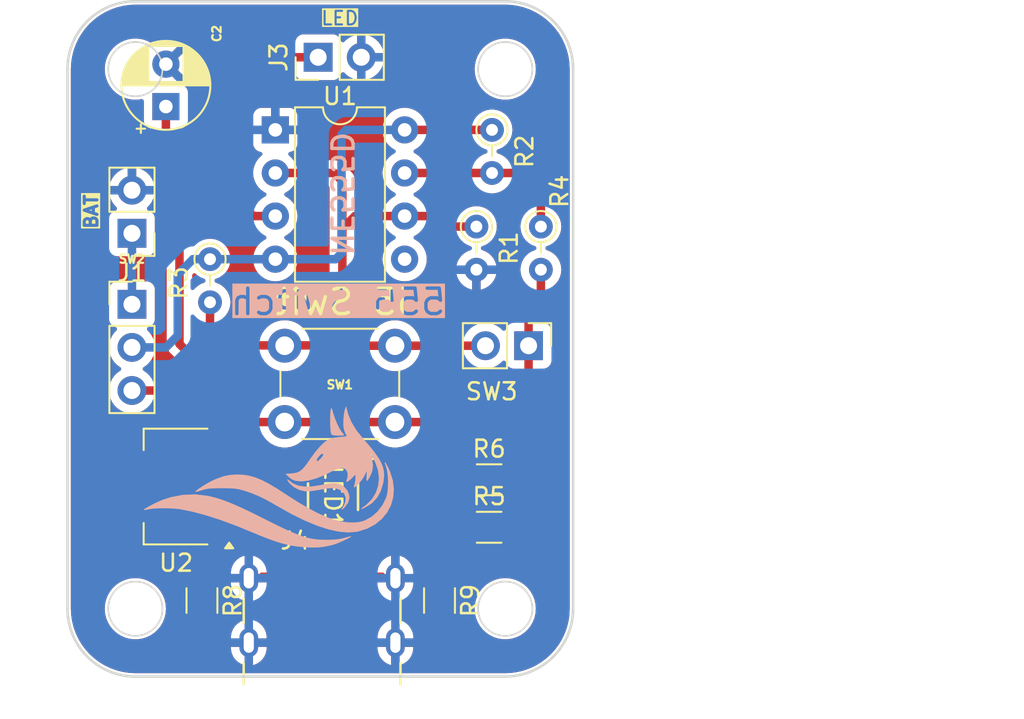
<source format=kicad_pcb>
(kicad_pcb (version 20240108) (generator "pcbnew") (generator_version "8.0")
  (layers (0 "F.Cu" signal) (31 "B.Cu" signal) (34 "B.Paste" user) (35 "F.Paste" user) (36 "B.SilkS" user "B.Silkscreen") (37 "F.SilkS" user "F.Silkscreen") (38 "B.Mask" user) (39 "F.Mask" user) (44 "Edge.Cuts" user))
  (net 0 "")
  (net 1 "Net-(C2-Pad1)")
  (net 2 "GND")
  (net 3 "Net-(U1-THR)")
  (net 4 "/VBAT")
  (net 5 "Net-(U1-DIS)")
  (net 7 "Net-(J4-CC1)")
  (net 8 "/VUSB")
  (net 9 "Net-(J3-Pin_1)")
  (net 10 "Net-(J4-CC2)")
  (net 11 "Net-(LED1-GND-Pad4)")
  (net 12 "/3V3")
  (net 13 "Net-(LED1-GND-Pad1)")
  (net 14 "VCC")
  (footprint "Package_TO_SOT_SMD:SOT-223-3_TabPin2" (layer "F.Cu") (at 116 115 180)
    (property "Reference" "U2" (at 0 -4.5 0) (layer "F.SilkS"))
    (property "Value" "AMS1117-3V3")
    (fp_line (start 1.91 3.41) (end 1.91 2.15) (stroke (width 0.12)) (layer "F.SilkS"))
    (fp_line (start 1.91 -3.41) (end 1.91 -2.15) (stroke (width 0.12)) (layer "F.SilkS"))
    (fp_line (start -1.85 3.41) (end 1.91 3.41) (stroke (width 0.12)) (layer "F.SilkS"))
    (fp_line (start -1.85 -3.41) (end 1.91 -3.41) (stroke (width 0.12)) (layer "F.SilkS"))
    (fp_poly (pts (xy -3.13 -3.31) (xy -3.37 -3.64) (xy -2.89 -3.64) (xy -3.13 -3.31)) (stroke (width 0.12)) (fill solid) (layer "F.SilkS"))
    (pad "1" smd roundrect (at -3.15 -2.3 180) (size 2 1.5) (layers "F.Cu" "F.Paste" "F.Mask") (net 8 "/VUSB"))
    (pad "2" smd roundrect (at -3.15 0 180) (size 2 1.5) (layers "F.Cu" "F.Paste" "F.Mask") (net 2 "GND"))
    (pad "2" smd roundrect (at 3.15 0 180) (size 2 3.8) (layers "F.Cu" "F.Paste" "F.Mask") (net 2 "GND"))
    (pad "3" smd roundrect (at -3.15 2.3 180) (size 2 1.5) (layers "F.Cu" "F.Paste" "F.Mask") (net 12 "/3V3"))
  )
  (footprint "Capacitor_THT:CP_Radial_D5.0mm_P2.50mm" (layer "F.Cu") (at 115.4 92.605113 90)
    (property "Reference" "C2" (at 4.3 3 -90) (layer "F.SilkS") (effects (font (size 0.5 0.5) (thickness 0.125))))
    (property "Value" "10uF")
    (fp_line (start 1.29 -2.58) (end 1.29 2.58) (stroke (width 0.12)) (layer "F.SilkS"))
    (fp_line (start 1.25 -2.58) (end 1.25 2.58) (stroke (width 0.12)) (layer "F.SilkS"))
    (fp_line (start 1.33 -2.579) (end 1.33 2.579) (stroke (width 0.12)) (layer "F.SilkS"))
    (fp_line (start 1.37 -2.578) (end 1.37 2.578) (stroke (width 0.12)) (layer "F.SilkS"))
    (fp_line (start 1.41 -2.576) (end 1.41 2.576) (stroke (width 0.12)) (layer "F.SilkS"))
    (fp_line (start 1.45 -2.573) (end 1.45 2.573) (stroke (width 0.12)) (layer "F.SilkS"))
    (fp_line (start 1.49 -2.569) (end 1.49 -1.04) (stroke (width 0.12)) (layer "F.SilkS"))
    (fp_line (start 1.53 -2.565) (end 1.53 -1.04) (stroke (width 0.12)) (layer "F.SilkS"))
    (fp_line (start 1.57 -2.561) (end 1.57 -1.04) (stroke (width 0.12)) (layer "F.SilkS"))
    (fp_line (start 1.61 -2.556) (end 1.61 -1.04) (stroke (width 0.12)) (layer "F.SilkS"))
    (fp_line (start 1.65 -2.55) (end 1.65 -1.04) (stroke (width 0.12)) (layer "F.SilkS"))
    (fp_line (start 1.69 -2.543) (end 1.69 -1.04) (stroke (width 0.12)) (layer "F.SilkS"))
    (fp_line (start 1.73 -2.536) (end 1.73 -1.04) (stroke (width 0.12)) (layer "F.SilkS"))
    (fp_line (start 1.77 -2.528) (end 1.77 -1.04) (stroke (width 0.12)) (layer "F.SilkS"))
    (fp_line (start 1.81 -2.52) (end 1.81 -1.04) (stroke (width 0.12)) (layer "F.SilkS"))
    (fp_line (start 1.85 -2.511) (end 1.85 -1.04) (stroke (width 0.12)) (layer "F.SilkS"))
    (fp_line (start 1.89 -2.501) (end 1.89 -1.04) (stroke (width 0.12)) (layer "F.SilkS"))
    (fp_line (start 1.93 -2.491) (end 1.93 -1.04) (stroke (width 0.12)) (layer "F.SilkS"))
    (fp_line (start 1.971 -2.48) (end 1.971 -1.04) (stroke (width 0.12)) (layer "F.SilkS"))
    (fp_line (start 2.011 -2.468) (end 2.011 -1.04) (stroke (width 0.12)) (layer "F.SilkS"))
    (fp_line (start 2.051 -2.455) (end 2.051 -1.04) (stroke (width 0.12)) (layer "F.SilkS"))
    (fp_line (start 2.091 -2.442) (end 2.091 -1.04) (stroke (width 0.12)) (layer "F.SilkS"))
    (fp_line (start 2.131 -2.428) (end 2.131 -1.04) (stroke (width 0.12)) (layer "F.SilkS"))
    (fp_line (start 2.171 -2.414) (end 2.171 -1.04) (stroke (width 0.12)) (layer "F.SilkS"))
    (fp_line (start 2.211 -2.398) (end 2.211 -1.04) (stroke (width 0.12)) (layer "F.SilkS"))
    (fp_line (start 2.251 -2.382) (end 2.251 -1.04) (stroke (width 0.12)) (layer "F.SilkS"))
    (fp_line (start 2.291 -2.365) (end 2.291 -1.04) (stroke (width 0.12)) (layer "F.SilkS"))
    (fp_line (start 2.331 -2.348) (end 2.331 -1.04) (stroke (width 0.12)) (layer "F.SilkS"))
    (fp_line (start 2.371 -2.329) (end 2.371 -1.04) (stroke (width 0.12)) (layer "F.SilkS"))
    (fp_line (start 2.411 -2.31) (end 2.411 -1.04) (stroke (width 0.12)) (layer "F.SilkS"))
    (fp_line (start 2.451 -2.29) (end 2.451 -1.04) (stroke (width 0.12)) (layer "F.SilkS"))
    (fp_line (start 2.491 -2.268) (end 2.491 -1.04) (stroke (width 0.12)) (layer "F.SilkS"))
    (fp_line (start 2.531 -2.247) (end 2.531 -1.04) (stroke (width 0.12)) (layer "F.SilkS"))
    (fp_line (start 2.571 -2.224) (end 2.571 -1.04) (stroke (width 0.12)) (layer "F.SilkS"))
    (fp_line (start 2.611 -2.2) (end 2.611 -1.04) (stroke (width 0.12)) (layer "F.SilkS"))
    (fp_line (start 2.651 -2.175) (end 2.651 -1.04) (stroke (width 0.12)) (layer "F.SilkS"))
    (fp_line (start 2.691 -2.149) (end 2.691 -1.04) (stroke (width 0.12)) (layer "F.SilkS"))
    (fp_line (start 2.731 -2.122) (end 2.731 -1.04) (stroke (width 0.12)) (layer "F.SilkS"))
    (fp_line (start 2.771 -2.095) (end 2.771 -1.04) (stroke (width 0.12)) (layer "F.SilkS"))
    (fp_line (start 2.811 -2.065) (end 2.811 -1.04) (stroke (width 0.12)) (layer "F.SilkS"))
    (fp_line (start 2.851 -2.035) (end 2.851 -1.04) (stroke (width 0.12)) (layer "F.SilkS"))
    (fp_line (start 2.891 -2.004) (end 2.891 -1.04) (stroke (width 0.12)) (layer "F.SilkS"))
    (fp_line (start 2.931 -1.971) (end 2.931 -1.04) (stroke (width 0.12)) (layer "F.SilkS"))
    (fp_line (start 2.971 -1.937) (end 2.971 -1.04) (stroke (width 0.12)) (layer "F.SilkS"))
    (fp_line (start 3.011 -1.901) (end 3.011 -1.04) (stroke (width 0.12)) (layer "F.SilkS"))
    (fp_line (start 3.051 -1.864) (end 3.051 -1.04) (stroke (width 0.12)) (layer "F.SilkS"))
    (fp_line (start 3.091 -1.826) (end 3.091 -1.04) (stroke (width 0.12)) (layer "F.SilkS"))
    (fp_line (start 3.131 -1.785) (end 3.131 -1.04) (stroke (width 0.12)) (layer "F.SilkS"))
    (fp_line (start 3.171 -1.743) (end 3.171 -1.04) (stroke (width 0.12)) (layer "F.SilkS"))
    (fp_line (start -1.304775 -1.725) (end -1.304775 -1.225) (stroke (width 0.12)) (layer "F.SilkS"))
    (fp_line (start 3.211 -1.699) (end 3.211 -1.04) (stroke (width 0.12)) (layer "F.SilkS"))
    (fp_line (start 3.251 -1.653) (end 3.251 -1.04) (stroke (width 0.12)) (layer "F.SilkS"))
    (fp_line (start 3.291 -1.605) (end 3.291 -1.04) (stroke (width 0.12)) (layer "F.SilkS"))
    (fp_line (start 3.331 -1.554) (end 3.331 -1.04) (stroke (width 0.12)) (layer "F.SilkS"))
    (fp_line (start 3.371 -1.5) (end 3.371 -1.04) (stroke (width 0.12)) (layer "F.SilkS"))
    (fp_line (start -1.554775 -1.475) (end -1.054775 -1.475) (stroke (width 0.12)) (layer "F.SilkS"))
    (fp_line (start 3.411 -1.443) (end 3.411 -1.04) (stroke (width 0.12)) (layer "F.SilkS"))
    (fp_line (start 3.451 -1.383) (end 3.451 -1.04) (stroke (width 0.12)) (layer "F.SilkS"))
    (fp_line (start 3.491 -1.319) (end 3.491 -1.04) (stroke (width 0.12)) (layer "F.SilkS"))
    (fp_line (start 3.531 -1.251) (end 3.531 -1.04) (stroke (width 0.12)) (layer "F.SilkS"))
    (fp_line (start 3.571 -1.178) (end 3.571 1.178) (stroke (width 0.12)) (layer "F.SilkS"))
    (fp_line (start 3.611 -1.098) (end 3.611 1.098) (stroke (width 0.12)) (layer "F.SilkS"))
    (fp_line (start 3.651 -1.011) (end 3.651 1.011) (stroke (width 0.12)) (layer "F.SilkS"))
    (fp_line (start 3.691 -0.915) (end 3.691 0.915) (stroke (width 0.12)) (layer "F.SilkS"))
    (fp_line (start 3.731 -0.805) (end 3.731 0.805) (stroke (width 0.12)) (layer "F.SilkS"))
    (fp_line (start 3.771 -0.677) (end 3.771 0.677) (stroke (width 0.12)) (layer "F.SilkS"))
    (fp_line (start 3.811 -0.518) (end 3.811 0.518) (stroke (width 0.12)) (layer "F.SilkS"))
    (fp_line (start 3.851 -0.284) (end 3.851 0.284) (stroke (width 0.12)) (layer "F.SilkS"))
    (fp_line (start 3.531 1.04) (end 3.531 1.251) (stroke (width 0.12)) (layer "F.SilkS"))
    (fp_line (start 3.491 1.04) (end 3.491 1.319) (stroke (width 0.12)) (layer "F.SilkS"))
    (fp_line (start 3.451 1.04) (end 3.451 1.383) (stroke (width 0.12)) (layer "F.SilkS"))
    (fp_line (start 3.411 1.04) (end 3.411 1.443) (stroke (width 0.12)) (layer "F.SilkS"))
    (fp_line (start 3.371 1.04) (end 3.371 1.5) (stroke (width 0.12)) (layer "F.SilkS"))
    (fp_line (start 3.331 1.04) (end 3.331 1.554) (stroke (width 0.12)) (layer "F.SilkS"))
    (fp_line (start 3.291 1.04) (end 3.291 1.605) (stroke (width 0.12)) (layer "F.SilkS"))
    (fp_line (start 3.251 1.04) (end 3.251 1.653) (stroke (width 0.12)) (layer "F.SilkS"))
    (fp_line (start 3.211 1.04) (end 3.211 1.699) (stroke (width 0.12)) (layer "F.SilkS"))
    (fp_line (start 3.171 1.04) (end 3.171 1.743) (stroke (width 0.12)) (layer "F.SilkS"))
    (fp_line (start 3.131 1.04) (end 3.131 1.785) (stroke (width 0.12)) (layer "F.SilkS"))
    (fp_line (start 3.091 1.04) (end 3.091 1.826) (stroke (width 0.12)) (layer "F.SilkS"))
    (fp_line (start 3.051 1.04) (end 3.051 1.864) (stroke (width 0.12)) (layer "F.SilkS"))
    (fp_line (start 3.011 1.04) (end 3.011 1.901) (stroke (width 0.12)) (layer "F.SilkS"))
    (fp_line (start 2.971 1.04) (end 2.971 1.937) (stroke (width 0.12)) (layer "F.SilkS"))
    (fp_line (start 2.931 1.04) (end 2.931 1.971) (stroke (width 0.12)) (layer "F.SilkS"))
    (fp_line (start 2.891 1.04) (end 2.891 2.004) (stroke (width 0.12)) (layer "F.SilkS"))
    (fp_line (start 2.851 1.04) (end 2.851 2.035) (stroke (width 0.12)) (layer "F.SilkS"))
    (fp_line (start 2.811 1.04) (end 2.811 2.065) (stroke (width 0.12)) (layer "F.SilkS"))
    (fp_line (start 2.771 1.04) (end 2.771 2.095) (stroke (width 0.12)) (layer "F.SilkS"))
    (fp_line (start 2.731 1.04) (end 2.731 2.122) (stroke (width 0.12)) (layer "F.SilkS"))
    (fp_line (start 2.691 1.04) (end 2.691 2.149) (stroke (width 0.12)) (layer "F.SilkS"))
    (fp_line (start 2.651 1.04) (end 2.651 2.175) (stroke (width 0.12)) (layer "F.SilkS"))
    (fp_line (start 2.611 1.04) (end 2.611 2.2) (stroke (width 0.12)) (layer "F.SilkS"))
    (fp_line (start 2.571 1.04) (end 2.571 2.224) (stroke (width 0.12)) (layer "F.SilkS"))
    (fp_line (start 2.531 1.04) (end 2.531 2.247) (stroke (width 0.12)) (layer "F.SilkS"))
    (fp_line (start 2.491 1.04) (end 2.491 2.268) (stroke (width 0.12)) (layer "F.SilkS"))
    (fp_line (start 2.451 1.04) (end 2.451 2.29) (stroke (width 0.12)) (layer "F.SilkS"))
    (fp_line (start 2.411 1.04) (end 2.411 2.31) (stroke (width 0.12)) (layer "F.SilkS"))
    (fp_line (start 2.371 1.04) (end 2.371 2.329) (stroke (width 0.12)) (layer "F.SilkS"))
    (fp_line (start 2.331 1.04) (end 2.331 2.348) (stroke (width 0.12)) (layer "F.SilkS"))
    (fp_line (start 2.291 1.04) (end 2.291 2.365) (stroke (width 0.12)) (layer "F.SilkS"))
    (fp_line (start 2.251 1.04) (end 2.251 2.382) (stroke (width 0.12)) (layer "F.SilkS"))
    (fp_line (start 2.211 1.04) (end 2.211 2.398) (stroke (width 0.12)) (layer "F.SilkS"))
    (fp_line (start 2.171 1.04) (end 2.171 2.414) (stroke (width 0.12)) (layer "F.SilkS"))
    (fp_line (start 2.131 1.04) (end 2.131 2.428) (stroke (width 0.12)) (layer "F.SilkS"))
    (fp_line (start 2.091 1.04) (end 2.091 2.442) (stroke (width 0.12)) (layer "F.SilkS"))
    (fp_line (start 2.051 1.04) (end 2.051 2.455) (stroke (width 0.12)) (layer "F.SilkS"))
    (fp_line (start 2.011 1.04) (end 2.011 2.468) (stroke (width 0.12)) (layer "F.SilkS"))
    (fp_line (start 1.971 1.04) (end 1.971 2.48) (stroke (width 0.12)) (layer "F.SilkS"))
    (fp_line (start 1.93 1.04) (end 1.93 2.491) (stroke (width 0.12)) (layer "F.SilkS"))
    (fp_line (start 1.89 1.04) (end 1.89 2.501) (stroke (width 0.12)) (layer "F.SilkS"))
    (fp_line (start 1.85 1.04) (end 1.85 2.511) (stroke (width 0.12)) (layer "F.SilkS"))
    (fp_line (start 1.81 1.04) (end 1.81 2.52) (stroke (width 0.12)) (layer "F.SilkS"))
    (fp_line (start 1.77 1.04) (end 1.77 2.528) (stroke (width 0.12)) (layer "F.SilkS"))
    (fp_line (start 1.73 1.04) (end 1.73 2.536) (stroke (width 0.12)) (layer "F.SilkS"))
    (fp_line (start 1.69 1.04) (end 1.69 2.543) (stroke (width 0.12)) (layer "F.SilkS"))
    (fp_line (start 1.65 1.04) (end 1.65 2.55) (stroke (width 0.12)) (layer "F.SilkS"))
    (fp_line (start 1.61 1.04) (end 1.61 2.556) (stroke (width 0.12)) (layer "F.SilkS"))
    (fp_line (start 1.57 1.04) (end 1.57 2.561) (stroke (width 0.12)) (layer "F.SilkS"))
    (fp_line (start 1.53 1.04) (end 1.53 2.565) (stroke (width 0.12)) (layer "F.SilkS"))
    (fp_line (start 1.49 1.04) (end 1.49 2.569) (stroke (width 0.12)) (layer "F.SilkS"))
    (fp_circle (center 1.25 0) (end 3.87 0) (stroke (width 0.12)) (fill none) (layer "F.SilkS"))
    (pad "1" thru_hole rect (at 0 0 90) (size 1.6 1.6) (drill 0.8) (layers "*.Cu" "*.Mask") (net 1 "Net-(C2-Pad1)"))
    (pad "2" thru_hole circle (at 2.5 0 90) (size 1.6 1.6) (drill 0.8) (layers "*.Cu" "*.Mask") (net 2 "GND"))
  )
  (footprint "Package_DIP:DIP-8_W7.62mm" (layer "F.Cu") (at 121.85 93.98)
    (property "Reference" "U1" (at 3.81 -1.98 0) (layer "F.SilkS"))
    (property "Value" "NE555D")
    (fp_line (start 1.16 -1.33) (end 1.16 8.95) (stroke (width 0.12)) (layer "F.SilkS"))
    (fp_line (start 1.16 8.95) (end 6.46 8.95) (stroke (width 0.12)) (layer "F.SilkS"))
    (fp_line (start 2.81 -1.33) (end 1.16 -1.33) (stroke (width 0.12)) (layer "F.SilkS"))
    (fp_line (start 6.46 -1.33) (end 4.81 -1.33) (stroke (width 0.12)) (layer "F.SilkS"))
    (fp_line (start 6.46 8.95) (end 6.46 -1.33) (stroke (width 0.12)) (layer "F.SilkS"))
    (fp_arc (start 4.81 -1.33) (mid 3.81 -0.33) (end 2.81 -1.33) (stroke (width 0.12)) (layer "F.SilkS"))
    (pad "1" thru_hole rect (at 0 0) (size 1.6 1.6) (drill 0.8) (layers "*.Cu" "*.Mask") (net 2 "GND"))
    (pad "2" thru_hole oval (at 0 2.54) (size 1.6 1.6) (drill 0.8) (layers "*.Cu" "*.Mask") (net 3 "Net-(U1-THR)"))
    (pad "3" thru_hole oval (at 0 5.08) (size 1.6 1.6) (drill 0.8) (layers "*.Cu" "*.Mask") (net 9 "Net-(J3-Pin_1)"))
    (pad "4" thru_hole oval (at 0 7.62) (size 1.6 1.6) (drill 0.8) (layers "*.Cu" "*.Mask") (net 14 "VCC"))
    (pad "5" thru_hole oval (at 7.62 7.62) (size 1.6 1.6) (drill 0.8) (layers "*.Cu" "*.Mask"))
    (pad "6" thru_hole oval (at 7.62 5.08) (size 1.6 1.6) (drill 0.8) (layers "*.Cu" "*.Mask") (net 3 "Net-(U1-THR)"))
    (pad "7" thru_hole oval (at 7.62 2.54) (size 1.6 1.6) (drill 0.8) (layers "*.Cu" "*.Mask") (net 5 "Net-(U1-DIS)"))
    (pad "8" thru_hole oval (at 7.62 0) (size 1.6 1.6) (drill 0.8) (layers "*.Cu" "*.Mask") (net 14 "VCC"))
  )
  (footprint "Resistor_THT:R_Axial_DIN0204_L3.6mm_D1.6mm_P2.54mm_Vertical" (layer "F.Cu") (at 137.5 99.68 -90)
    (property "Reference" "R4" (at -2.08 -1.1 90) (layer "F.SilkS"))
    (property "Value" "10k")
    (fp_line (start 0.92 0) (end 1.54 0) (stroke (width 0.12)) (layer "F.SilkS"))
    (fp_circle (center 0 0) (end 0.92 0) (stroke (width 0.12)) (fill none) (layer "F.SilkS"))
    (pad "1" thru_hole circle (at 0 0 270) (size 1.4 1.4) (drill 0.7) (layers "*.Cu" "*.Mask") (net 5 "Net-(U1-DIS)"))
    (pad "2" thru_hole oval (at 2.54 0 270) (size 1.4 1.4) (drill 0.7) (layers "*.Cu" "*.Mask") (net 1 "Net-(C2-Pad1)"))
  )
  (footprint "Resistor_SMD:R_1206_3216Metric_Pad1.30x1.75mm_HandSolder" (layer "F.Cu") (at 134.45 117.4)
    (property "Reference" "R5" (at 0 -1.82 0) (layer "F.SilkS"))
    (property "Value" "5k1")
    (fp_line (start -0.727064 -0.91) (end 0.727064 -0.91) (stroke (width 0.12)) (layer "F.SilkS"))
    (fp_line (start -0.727064 0.91) (end 0.727064 0.91) (stroke (width 0.12)) (layer "F.SilkS"))
    (pad "1" smd roundrect (at -1.55 0) (size 1.3 1.75) (layers "F.Cu" "F.Paste" "F.Mask") (roundrect_rratio 0.192308) (net 11 "Net-(LED1-GND-Pad4)"))
    (pad "2" smd roundrect (at 1.55 0) (size 1.3 1.75) (layers "F.Cu" "F.Paste" "F.Mask") (roundrect_rratio 0.192308) (net 2 "GND"))
  )
  (footprint "Connector_PinHeader_2.54mm:PinHeader_1x02_P2.54mm_Vertical" (layer "F.Cu") (at 113.4 100.075 180)
    (property "Reference" "J1" (at 0 -2.33 0) (layer "F.SilkS"))
    (property "Value" "3V3")
    (fp_line (start 1.33 1.27) (end 1.33 3.87) (stroke (width 0.12)) (layer "F.SilkS"))
    (fp_line (start -1.33 3.87) (end 1.33 3.87) (stroke (width 0.12)) (layer "F.SilkS"))
    (fp_line (start -1.33 1.27) (end 1.33 1.27) (stroke (width 0.12)) (layer "F.SilkS"))
    (fp_line (start -1.33 1.27) (end -1.33 3.87) (stroke (width 0.12)) (layer "F.SilkS"))
    (fp_line (start -1.33 0) (end -1.33 -1.33) (stroke (width 0.12)) (layer "F.SilkS"))
    (fp_line (start -1.33 -1.33) (end 0 -1.33) (stroke (width 0.12)) (layer "F.SilkS"))
    (pad "1" thru_hole rect (at 0 0 180) (size 1.7 1.7) (drill 1) (layers "*.Cu" "*.Mask") (net 4 "/VBAT"))
    (pad "2" thru_hole oval (at 0 2.54 180) (size 1.7 1.7) (drill 1) (layers "*.Cu" "*.Mask") (net 2 "GND"))
  )
  (footprint "Alexander Footprint Library:USB-C MOLEX 2171750001" (layer "F.Cu") (at 124.605 126.8)
    (property "Reference" "J4" (at -1.5875 -8.605 0) (layer "F.SilkS"))
    (property "Value" "USB-C_Receptacle_PowerOnly_6P_MOLEX-2171750001")
    (fp_line (start -4.62 -3.75) (end -4.62 -5.2) (stroke (width 0.15)) (layer "F.SilkS"))
    (fp_line (start -4.62 -0.15) (end -4.62 -1.4) (stroke (width 0.15)) (layer "F.SilkS"))
    (fp_line (start 4.62 -3.75) (end 4.62 -5.2) (stroke (width 0.15)) (layer "F.SilkS"))
    (fp_line (start 4.62 -0.15) (end 4.62 -1.4) (stroke (width 0.15)) (layer "F.SilkS"))
    (pad "A5" smd rect (at -0.5 -6.48) (size 0.7 1.2) (layers "F.Cu" "F.Paste") (net 7 "Net-(J4-CC1)"))
    (pad "A9" smd rect (at 1.52 -6.48) (size 0.76 1.2) (layers "F.Cu" "F.Paste") (net 8 "/VUSB"))
    (pad "A12" smd rect (at 2.75 -6.48) (size 0.8 1.2) (layers "F.Cu" "F.Paste") (net 2 "GND"))
    (pad "B5" smd rect (at 0.5 -6.48) (size 0.7 1.2) (layers "F.Cu" "F.Paste") (net 10 "Net-(J4-CC2)"))
    (pad "B9" smd rect (at -1.52 -6.48) (size 0.76 1.2) (layers "F.Cu" "F.Paste") (net 8 "/VUSB"))
    (pad "B12" smd rect (at -2.75 -6.48) (size 0.8 1.2) (layers "F.Cu" "F.Paste") (net 2 "GND"))
    (pad "S1" thru_hole oval (at -4.32 -2.6) (size 1.1 1.7) (drill oval 0.6 1.2) (layers "*.Cu" "*.Mask") (net 2 "GND"))
    (pad "S2" thru_hole oval (at 4.32 -2.6) (size 1.1 1.7) (drill oval 0.6 1.2) (layers "*.Cu" "*.Mask") (net 2 "GND"))
    (pad "S3" thru_hole oval (at -4.32 -6.4) (size 1.1 1.7) (drill oval 0.6 1.2) (layers "*.Cu" "*.Mask") (net 2 "GND"))
    (pad "S4" thru_hole oval (at 4.32 -6.4) (size 1.1 1.7) (drill oval 0.6 1.2) (layers "*.Cu" "*.Mask") (net 2 "GND"))
  )
  (footprint "Alexander Footprint Library:B1552_HVK-M" (layer "F.Cu") (at 125.249999 115.6002 -90)
    (property "Reference" "LED1" (at 0 0 -90) (layer "F.SilkS"))
    (property "Value" "LED-RED-GREEN-B1552USUG20D")
    (fp_line (start -0.777373 1.4732) (end 0.777373 1.4732) (stroke (width 0.1524)) (layer "F.SilkS"))
    (fp_line (start -0.777373 -1.4732) (end 0.777373 -1.4732) (stroke (width 0.1524)) (layer "F.SilkS"))
    (fp_text user "*" (at -2.2352 -1.8041 -90) (layer "F.SilkS"))
    (fp_text user "*" (at -2.2352 -1.8041 90) (layer "F.SilkS"))
    (pad "1" smd rect (at -1.6002 -0.750001 270) (size 1.1176 1.0414) (layers "F.Cu" "F.Paste" "F.Mask") (net 13 "Net-(LED1-GND-Pad1)"))
    (pad "2" smd rect (at -1.6002 0.750001 270) (size 1.1176 1.0414) (layers "F.Cu" "F.Paste" "F.Mask") (net 14 "VCC"))
    (pad "3" smd rect (at 1.6002 0.750001 270) (size 1.1176 1.0414) (layers "F.Cu" "F.Paste" "F.Mask") (net 12 "/3V3"))
    (pad "4" smd rect (at 1.6002 -0.750001 270) (size 1.1176 1.0414) (layers "F.Cu" "F.Paste" "F.Mask") (net 11 "Net-(LED1-GND-Pad4)"))
  )
  (footprint "Resistor_SMD:R_1206_3216Metric_Pad1.30x1.75mm_HandSolder" (layer "F.Cu") (at 117.525 121.72 -90)
    (property "Reference" "R8" (at 0 -1.82 90) (layer "F.SilkS"))
    (property "Value" "5K7")
    (fp_line (start -0.727064 0.91) (end 0.727064 0.91) (stroke (width 0.12)) (layer "F.SilkS"))
    (fp_line (start -0.727064 -0.91) (end 0.727064 -0.91) (stroke (width 0.12)) (layer "F.SilkS"))
    (pad "1" smd roundrect (at -1.55 0 270) (size 1.3 1.75) (layers "F.Cu" "F.Paste" "F.Mask") (roundrect_rratio 0.192308) (net 2 "GND"))
    (pad "2" smd roundrect (at 1.55 0 270) (size 1.3 1.75) (layers "F.Cu" "F.Paste" "F.Mask") (roundrect_rratio 0.192308) (net 7 "Net-(J4-CC1)"))
  )
  (footprint "Connector_PinHeader_2.54mm:PinHeader_1x03_P2.54mm_Vertical" (layer "F.Cu") (at 113.4 104.26)
    (property "Reference" "SW2" (at -0.008 -2.672 0) (layer "F.SilkS") (effects (font (size 0.5 0.5) (thickness 0.125))))
    (property "Value" "SW_SPDT")
    (fp_line (start -1.33 -1.33) (end 0 -1.33) (stroke (width 0.12)) (layer "F.SilkS"))
    (fp_line (start -1.33 0) (end -1.33 -1.33) (stroke (width 0.12)) (layer "F.SilkS"))
    (fp_line (start -1.33 1.27) (end -1.33 6.41) (stroke (width 0.12)) (layer "F.SilkS"))
    (fp_line (start -1.33 1.27) (end 1.33 1.27) (stroke (width 0.12)) (layer "F.SilkS"))
    (fp_line (start -1.33 6.41) (end 1.33 6.41) (stroke (width 0.12)) (layer "F.SilkS"))
    (fp_line (start 1.33 1.27) (end 1.33 6.41) (stroke (width 0.12)) (layer "F.SilkS"))
    (pad "1" thru_hole rect (at 0 0) (size 1.7 1.7) (drill 1) (layers "*.Cu" "*.Mask") (net 4 "/VBAT"))
    (pad "2" thru_hole oval (at 0 2.54) (size 1.7 1.7) (drill 1) (layers "*.Cu" "*.Mask") (net 14 "VCC"))
    (pad "3" thru_hole oval (at 0 5.08) (size 1.7 1.7) (drill 1) (layers "*.Cu" "*.Mask") (net 12 "/3V3"))
  )
  (footprint "Resistor_SMD:R_1206_3216Metric_Pad1.30x1.75mm_HandSolder" (layer "F.Cu") (at 134.45 114.6)
    (property "Reference" "R6" (at 0 -1.82 0) (layer "F.SilkS"))
    (property "Value" "5k1")
    (fp_line (start -0.727064 -0.91) (end 0.727064 -0.91) (stroke (width 0.12)) (layer "F.SilkS"))
    (fp_line (start -0.727064 0.91) (end 0.727064 0.91) (stroke (width 0.12)) (layer "F.SilkS"))
    (pad "1" smd roundrect (at -1.55 0) (size 1.3 1.75) (layers "F.Cu" "F.Paste" "F.Mask") (roundrect_rratio 0.192308) (net 13 "Net-(LED1-GND-Pad1)"))
    (pad "2" smd roundrect (at 1.55 0) (size 1.3 1.75) (layers "F.Cu" "F.Paste" "F.Mask") (roundrect_rratio 0.192308) (net 2 "GND"))
  )
  (footprint "Resistor_SMD:R_1206_3216Metric_Pad1.30x1.75mm_HandSolder" (layer "F.Cu") (at 131.525 121.72 -90)
    (property "Reference" "R9" (at 0 -1.82 90) (layer "F.SilkS"))
    (property "Value" "5K7")
    (fp_line (start -0.727064 0.91) (end 0.727064 0.91) (stroke (width 0.12)) (layer "F.SilkS"))
    (fp_line (start -0.727064 -0.91) (end 0.727064 -0.91) (stroke (width 0.12)) (layer "F.SilkS"))
    (pad "1" smd roundrect (at -1.55 0 270) (size 1.3 1.75) (layers "F.Cu" "F.Paste" "F.Mask") (roundrect_rratio 0.192308) (net 2 "GND"))
    (pad "2" smd roundrect (at 1.55 0 270) (size 1.3 1.75) (layers "F.Cu" "F.Paste" "F.Mask") (roundrect_rratio 0.192308) (net 10 "Net-(J4-CC2)"))
  )
  (footprint "Resistor_THT:R_Axial_DIN0204_L3.6mm_D1.6mm_P2.54mm_Vertical" (layer "F.Cu") (at 133.7 99.68 -90)
    (property "Reference" "R1" (at 1.27 -1.92 90) (layer "F.SilkS"))
    (property "Value" "10k")
    (fp_line (start 0.92 0) (end 1.54 0) (stroke (width 0.12)) (layer "F.SilkS"))
    (fp_circle (center 0 0) (end 0.92 0) (stroke (width 0.12)) (fill none) (layer "F.SilkS"))
    (pad "1" thru_hole circle (at 0 0 270) (size 1.4 1.4) (drill 0.7) (layers "*.Cu" "*.Mask") (net 3 "Net-(U1-THR)"))
    (pad "2" thru_hole oval (at 2.54 0 270) (size 1.4 1.4) (drill 0.7) (layers "*.Cu" "*.Mask") (net 2 "GND"))
  )
  (footprint "Resistor_THT:R_Axial_DIN0204_L3.6mm_D1.6mm_P2.54mm_Vertical" (layer "F.Cu") (at 134.62 93.98 -90)
    (property "Reference" "R2" (at 1.27 -1.92 90) (layer "F.SilkS"))
    (property "Value" "10k")
    (fp_line (start 0.92 0) (end 1.54 0) (stroke (width 0.12)) (layer "F.SilkS"))
    (fp_circle (center 0 0) (end 0.92 0) (stroke (width 0.12)) (fill none) (layer "F.SilkS"))
    (pad "1" thru_hole circle (at 0 0 270) (size 1.4 1.4) (drill 0.7) (layers "*.Cu" "*.Mask") (net 14 "VCC"))
    (pad "2" thru_hole oval (at 2.54 0 270) (size 1.4 1.4) (drill 0.7) (layers "*.Cu" "*.Mask") (net 5 "Net-(U1-DIS)"))
  )
  (footprint "Connector_PinHeader_2.54mm:PinHeader_1x02_P2.54mm_Vertical" (layer "F.Cu") (at 124.375 89.7 90)
    (property "Reference" "J3" (at 0 -2.33 -90) (layer "F.SilkS"))
    (property "Value" "OUT")
    (fp_line (start -1.33 -1.33) (end 0 -1.33) (stroke (width 0.12)) (layer "F.SilkS"))
    (fp_line (start -1.33 0) (end -1.33 -1.33) (stroke (width 0.12)) (layer "F.SilkS"))
    (fp_line (start 1.33 1.27) (end 1.33 3.87) (stroke (width 0.12)) (layer "F.SilkS"))
    (fp_line (start -1.33 1.27) (end 1.33 1.27) (stroke (width 0.12)) (layer "F.SilkS"))
    (fp_line (start -1.33 1.27) (end -1.33 3.87) (stroke (width 0.12)) (layer "F.SilkS"))
    (fp_line (start -1.33 3.87) (end 1.33 3.87) (stroke (width 0.12)) (layer "F.SilkS"))
    (pad "1" thru_hole rect (at 0 0 90) (size 1.7 1.7) (drill 1) (layers "*.Cu" "*.Mask") (net 9 "Net-(J3-Pin_1)"))
    (pad "2" thru_hole oval (at 0 2.54 90) (size 1.7 1.7) (drill 1) (layers "*.Cu" "*.Mask") (net 2 "GND"))
  )
  (footprint "Connector_PinHeader_2.54mm:PinHeader_1x02_P2.54mm_Vertical" (layer "F.Cu") (at 136.775 106.7 -90)
    (property "Reference" "SW3" (at 2.7 2.175 0) (layer "F.SilkS"))
    (property "Value" "SW_Reed")
    (fp_line (start -1.33 3.87) (end 1.33 3.87) (stroke (width 0.12)) (layer "F.SilkS"))
    (fp_line (start -1.33 1.27) (end -1.33 3.87) (stroke (width 0.12)) (layer "F.SilkS"))
    (fp_line (start -1.33 1.27) (end 1.33 1.27) (stroke (width 0.12)) (layer "F.SilkS"))
    (fp_line (start 1.33 1.27) (end 1.33 3.87) (stroke (width 0.12)) (layer "F.SilkS"))
    (fp_line (start -1.33 0) (end -1.33 -1.33) (stroke (width 0.12)) (layer "F.SilkS"))
    (fp_line (start -1.33 -1.33) (end 0 -1.33) (stroke (width 0.12)) (layer "F.SilkS"))
    (pad "1" thru_hole rect (at 0 0 270) (size 1.7 1.7) (drill 1) (layers "*.Cu" "*.Mask") (net 1 "Net-(C2-Pad1)"))
    (pad "2" thru_hole oval (at 0 2.54 270) (size 1.7 1.7) (drill 1) (layers "*.Cu" "*.Mask") (net 3 "Net-(U1-THR)"))
  )
  (footprint "Resistor_THT:R_Axial_DIN0204_L3.6mm_D1.6mm_P2.54mm_Vertical" (layer "F.Cu") (at 118 101.6 -90)
    (property "Reference" "R3" (at 1.4 1.84 90) (layer "F.SilkS"))
    (property "Value" "10k")
    (fp_line (start 0.92 0) (end 1.54 0) (stroke (width 0.12)) (layer "F.SilkS"))
    (fp_circle (center 0 0) (end 0.92 0) (stroke (width 0.12)) (fill none) (layer "F.SilkS"))
    (pad "1" thru_hole circle (at 0 0 270) (size 1.4 1.4) (drill 0.7) (layers "*.Cu" "*.Mask") (net 14 "VCC"))
    (pad "2" thru_hole oval (at 2.54 0 270) (size 1.4 1.4) (drill 0.7) (layers "*.Cu" "*.Mask") (net 3 "Net-(U1-THR)"))
  )
  (footprint "Button_Switch_THT:SW_PUSH_6mm" (layer "F.Cu") (at 122.4 106.7)
    (property "Reference" "SW1" (at 3.25 2.3 0) (layer "F.SilkS") (effects (font (size 0.5 0.5) (thickness 0.125))))
    (property "Value" "SW_Push")
    (fp_line (start -0.25 1.5) (end -0.25 3) (stroke (width 0.12)) (layer "F.SilkS"))
    (fp_line (start 1 5.5) (end 5.5 5.5) (stroke (width 0.12)) (layer "F.SilkS"))
    (fp_line (start 5.5 -1) (end 1 -1) (stroke (width 0.12)) (layer "F.SilkS"))
    (fp_line (start 6.75 3) (end 6.75 1.5) (stroke (width 0.12)) (layer "F.SilkS"))
    (pad "1" thru_hole circle (at 0 0 90) (size 2 2) (drill 1.1) (layers "*.Cu" "*.Mask") (net 3 "Net-(U1-THR)"))
    (pad "1" thru_hole circle (at 6.5 0 90) (size 2 2) (drill 1.1) (layers "*.Cu" "*.Mask") (net 3 "Net-(U1-THR)"))
    (pad "2" thru_hole circle (at 0 4.5 90) (size 2 2) (drill 1.1) (layers "*.Cu" "*.Mask") (net 1 "Net-(C2-Pad1)"))
    (pad "2" thru_hole circle (at 6.5 4.5 90) (size 2 2) (drill 1.1) (layers "*.Cu" "*.Mask") (net 1 "Net-(C2-Pad1)"))
  )
  (footprint "LOGO" (layer "B.Cu") (at 121.4 114.4 180)
    (property "Reference" "G***" (hide yes))
    (property "Value" "LOGO" (hide yes))
    (fp_poly (pts (xy -5.335668 -1.973085) (xy -5.363457 -2.000875) (xy -5.391247 -1.973085) (xy -5.363457 -1.945295)) (fill solid) (layer "B.SilkS"))
    (fp_poly (pts (xy -3.72712 3.989192) (xy -3.720697 3.973961) (xy -3.701102 3.866879) (xy -3.687804 3.678866) (xy -3.680882 3.439975) (xy -3.680421 3.180261) (xy -3.686502 2.929778) (xy -3.699208 2.718581) (xy -3.716893 2.584464) (xy -3.741095 2.495828) (xy -3.784399 2.444513) (xy -3.873902 2.418422) (xy -4.036701 2.405456) (xy -4.127166 2.40129) (xy -4.314775 2.400001) (xy -4.449213 2.412314) (xy -4.501944 2.435572) (xy -4.501969 2.436169) (xy -4.463752 2.510156) (xy -4.414064 2.560438) (xy -4.317104 2.679269) (xy -4.202066 2.879038) (xy -4.080896 3.133656) (xy -3.965538 3.417032) (xy -3.867936 3.703076) (xy -3.83055 3.835011) (xy -3.788365 3.978468) (xy -3.75726 4.025597)) (fill solid) (layer "B.SilkS"))
    (fp_poly (pts (xy -1.16813 -0.243105) (xy -1.254216 -0.368794) (xy -1.28983 -0.413219) (xy -1.537879 -0.635483) (xy -1.849965 -0.79747) (xy -2.187325 -0.881187) (xy -2.314341 -0.888735) (xy -2.497037 -0.877155) (xy -2.746282 -0.845689) (xy -3.020446 -0.800025) (xy -3.14804 -0.774864) (xy -3.516275 -0.710602) (xy -3.805925 -0.692046) (xy -4.04028 -0.720434) (xy -4.242632 -0.797) (xy -4.312229 -0.836658) (xy -4.497239 -1.008267) (xy -4.588805 -1.225532) (xy -4.584459 -1.470239) (xy -4.481739 -1.724177) (xy -4.44078 -1.786433) (xy -4.359302 -1.917364) (xy -4.351943 -1.969709) (xy -4.412174 -1.941384) (xy -4.533468 -1.830304) (xy -4.544045 -1.819408) (xy -4.734665 -1.563229) (xy -4.815304 -1.302684) (xy -4.806573 -1.114052) (xy -4.700145 -0.833593) (xy -4.503297 -0.610752) (xy -4.312939 -0.494963) (xy -4.14564 -0.432054) (xy -3.973801 -0.400998) (xy -3.772034 -0.401933) (xy -3.514951 -0.434994) (xy -3.177163 -0.500319) (xy -3.173511 -0.501089) (xy -2.63863 -0.587136) (xy -2.183217 -0.60137) (xy -1.801259 -0.543037) (xy -1.486742 -0.411382) (xy -1.292451 -0.264967) (xy -1.187436 -0.180532) (xy -1.145933 -0.176798)) (fill solid) (layer "B.SilkS"))
    (fp_poly (pts (xy 5.006815 -1.088445) (xy 5.716318 -1.225058) (xy 6.200827 -1.383806) (xy 6.403664 -1.468934) (xy 6.626548 -1.573239) (xy 6.848558 -1.685444) (xy 7.048775 -1.794268) (xy 7.20628 -1.888432) (xy 7.300154 -1.956656) (xy 7.315527 -1.984838) (xy 7.254956 -1.98449) (xy 7.122033 -1.961789) (xy 7.024333 -1.940189) (xy 6.806471 -1.906915) (xy 6.509925 -1.886858) (xy 6.16638 -1.879979) (xy 5.807519 -1.886237) (xy 5.465025 -1.905592) (xy 5.170583 -1.938004) (xy 5.141138 -1.942582) (xy 4.426362 -2.086382) (xy 3.63366 -2.298797) (xy 2.770609 -2.57741) (xy 1.844784 -2.919804) (xy 1.010836 -3.260583) (xy 0.441355 -3.497514) (xy -0.046623 -3.688235) (xy -0.469864 -3.838501) (xy -0.845133 -3.954062) (xy -1.189195 -4.040673) (xy -1.371928 -4.078191) (xy -1.768371 -4.138227) (xy -2.195636 -4.177783) (xy -2.616347 -4.195041) (xy -2.993123 -4.188182) (xy -3.212913 -4.167752) (xy -3.467108 -4.123955) (xy -3.736305 -4.064944) (xy -3.876552 -4.027934) (xy -4.038283 -3.972815) (xy -4.23561 -3.893936) (xy -4.4451 -3.802307) (xy -4.643316 -3.708932) (xy -4.806823 -3.624819) (xy -4.912187 -3.560974) (xy -4.93761 -3.529586) (xy -4.878362 -3.533932) (xy -4.740991 -3.564298) (xy -4.553715 -3.61434) (xy -4.52896 -3.621444) (xy -4.263761 -3.683348) (xy -3.968882 -3.720103) (xy -3.608736 -3.735703) (xy -3.501532 -3.73678) (xy -3.19922 -3.733182) (xy -2.919835 -3.716451) (xy -2.650591 -3.682285) (xy -2.378702 -3.626385) (xy -2.091382 -3.544451) (xy -1.775843 -3.432183) (xy -1.419301 -3.28528) (xy -1.008967 -3.099444) (xy -0.532057 -2.870373) (xy 0.024217 -2.593769) (xy 0.277899 -2.465774) (xy 0.908788 -2.151193) (xy 1.457458 -1.888515) (xy 1.937016 -1.672463) (xy 2.360572 -1.497764) (xy 2.741233 -1.359144) (xy 3.092107 -1.251328) (xy 3.426303 -1.169041) (xy 3.575896 -1.138716) (xy 4.289098 -1.059268)) (fill solid) (layer "B.SilkS"))
    (fp_poly (pts (xy -6.905998 0.758162) (xy -6.962759 0.600951) (xy -7.033118 0.344256) (xy -7.076378 0.016472) (xy -7.092183 -0.34585) (xy -7.080174 -0.706159) (xy -7.039992 -1.027906) (xy -6.980883 -1.250547) (xy -6.763375 -1.690507) (xy -6.474123 -2.069435) (xy -6.127243 -2.373404) (xy -5.73685 -2.588488) (xy -5.563615 -2.648878) (xy -5.327801 -2.699081) (xy -5.056923 -2.71721) (xy -4.755393 -2.708697) (xy -4.35446 -2.660239) (xy -3.927847 -2.556931) (xy -3.466953 -2.394884) (xy -2.963179 -2.17021) (xy -2.407923 -1.879024) (xy -1.792584 -1.517437) (xy -1.108562 -1.081562) (xy -1.0071 -1.01457) (xy -0.492206 -0.683257) (xy -0.044687 -0.419341) (xy 0.351284 -0.216499) (xy 0.71153 -0.068411) (xy 1.051879 0.031245) (xy 1.388155 0.088791) (xy 1.736184 0.110546) (xy 1.811196 0.11116) (xy 2.209545 0.08793) (xy 2.587906 0.011875) (xy 2.985773 -0.126555) (xy 3.220465 -0.229596) (xy 3.426096 -0.333288) (xy 3.645126 -0.457079) (xy 3.857915 -0.588021) (xy 4.044822 -0.71317) (xy 4.186205 -0.819577) (xy 4.262422 -0.894296) (xy 4.267621 -0.919833) (xy 4.208774 -0.913924) (xy 4.073957 -0.878799) (xy 3.892101 -0.822016) (xy 3.888205 -0.820718) (xy 3.725225 -0.77192) (xy 3.56218 -0.738179) (xy 3.373334 -0.71692) (xy 3.132947 -0.705567) (xy 2.815283 -0.701544) (xy 2.695624 -0.701384) (xy 2.35618 -0.703448) (xy 2.098843 -0.711561) (xy 1.894597 -0.729039) (xy 1.714421 -0.7592) (xy 1.529299 -0.805361) (xy 1.367243 -0.853246) (xy 0.950955 -0.993823) (xy 0.547075 -1.159732) (xy 0.126735 -1.364384) (xy -0.338935 -1.621188) (xy -0.542279 -1.74028) (xy -1.387822 -2.215648) (xy -2.179537 -2.606384) (xy -2.915301 -2.911815) (xy -3.59299 -3.131273) (xy -4.210479 -3.264085) (xy -4.765643 -3.30958) (xy -5.256358 -3.267087) (xy -5.328395 -3.252158) (xy -5.86764 -3.080586) (xy -6.335668 -2.830855) (xy -6.727607 -2.512655) (xy -7.038587 -2.135675) (xy -7.263735 -1.709605) (xy -7.39818 -1.244134) (xy -7.437052 -0.748952) (xy -7.375479 -0.233748) (xy -7.20859 0.291789) (xy -7.162597 0.396304) (xy -7.060917 0.603512) (xy -6.977088 0.750807) (xy -6.918438 0.830684) (xy -6.892299 0.835638)) (fill solid) (layer "B.SilkS"))
    (fp_poly (pts (xy -4.556503 3.973961) (xy -4.520533 3.840385) (xy -4.487756 3.634631) (xy -4.464038 3.395647) (xy -4.460134 3.333896) (xy -4.454225 3.038515) (xy -4.480237 2.807976) (xy -4.54713 2.598354) (xy -4.654092 2.383309) (xy -4.612375 2.364187) (xy -4.484682 2.344093) (xy -4.2961 2.32668) (xy -4.240174 2.323042) (xy -3.873323 2.277556) (xy -3.602294 2.191422) (xy -3.584521 2.182588) (xy -3.348899 2.020904) (xy -3.082371 1.766082) (xy -2.794532 1.428501) (xy -2.49498 1.018542) (xy -2.458084 0.964056) (xy -2.251081 0.669692) (xy -2.075655 0.459558) (xy -1.912351 0.319129) (xy -1.741716 0.23388) (xy -1.544295 0.189288) (xy -1.402354 0.175843) (xy -1.049214 0.153357) (xy -1.17767 0.015818) (xy -1.384103 -0.158726) (xy -1.620776 -0.258269) (xy -1.91889 -0.294599) (xy -2.000875 -0.295241) (xy -2.386755 -0.252234) (xy -2.829533 -0.133031) (xy -3.31108 0.056544) (xy -3.709428 0.253548) (xy -4.010174 0.401117) (xy -4.241961 0.478647) (xy -4.420301 0.48836) (xy -4.560706 0.432478) (xy -4.618459 0.38373) (xy -4.698395 0.231726) (xy -4.711815 0.024236) (xy -4.657293 -0.20412) (xy -4.643968 -0.236214) (xy -4.627839 -0.319252) (xy -4.677618 -0.328735) (xy -4.78048 -0.269581) (xy -4.9236 -0.146704) (xy -4.953147 -0.117698) (xy -5.168928 0.098082) (xy -5.168928 -0.11408) (xy -5.153411 -0.299881) (xy -5.115666 -0.465845) (xy -5.111793 -0.476519) (xy -5.078233 -0.591861) (xy -5.07906 -0.651197) (xy -5.13753 -0.639037) (xy -5.240535 -0.557561) (xy -5.368361 -0.428161) (xy -5.501289 -0.27223) (xy -5.619604 -0.11116) (xy -5.6963 0.018497) (xy -5.838743 0.305689) (xy -5.82342 0.013861) (xy -5.819631 -0.148953) (xy -5.826307 -0.2547) (xy -5.835886 -0.277554) (xy -5.89623 -0.229792) (xy -5.977644 -0.108472) (xy -6.063382 0.055435) (xy -6.136699 0.230957) (xy -6.171345 0.342865) (xy -6.207717 0.632127) (xy -6.178753 0.870168) (xy -6.149992 1.029127) (xy -6.140164 1.13666) (xy -6.144537 1.160875) (xy -6.177076 1.12602) (xy -6.241939 1.0129) (xy -6.326013 0.844699) (xy -6.339244 0.816636) (xy -6.49792 0.360813) (xy -6.554463 -0.096231) (xy -6.512178 -0.540542) (xy -6.374371 -0.958169) (xy -6.144345 -1.335159) (xy -5.825407 -1.657561) (xy -5.737359 -1.724292) (xy -5.56755 -1.851199) (xy -5.4929 -1.920809) (xy -5.513486 -1.933402) (xy -5.629383 -1.889262) (xy -5.764656 -1.826023) (xy -6.144627 -1.582948) (xy -6.447032 -1.261132) (xy -6.670071 -0.86317) (xy -6.811949 -0.391655) (xy -6.830695 -0.28709) (xy -6.861483 -0.001007) (xy -6.853395 0.266591) (xy -6.800141 0.528729) (xy -6.695433 0.798433) (xy -6.53298 1.088728) (xy -6.419832 1.250547) (xy -6.113786 1.250547) (xy -6.085996 1.222757) (xy -6.058206 1.250547) (xy -6.085996 1.278337) (xy -6.113786 1.250547) (xy -6.419832 1.250547) (xy -6.384164 1.301558) (xy -3.276553 1.301558) (xy -3.249487 1.2128) (xy -3.144391 1.080121) (xy -3.116748 1.051742) (xy -2.989426 0.933278) (xy -2.919109 0.895195) (xy -2.891998 0.932181) (xy -2.890153 0.964532) (xy -2.927111 1.055442) (xy -3.015279 1.172388) (xy -3.120597 1.277341) (xy -3.209007 1.332273) (xy -3.220979 1.333917) (xy -3.276553 1.301558) (xy -6.384164 1.301558) (xy -6.306493 1.41264) (xy -6.009684 1.783195) (xy -5.636262 2.213417) (xy -5.608104 2.244971) (xy -5.233172 2.714919) (xy -4.945024 3.185268) (xy -4.751728 3.642009) (xy -4.703359 3.815277) (xy -4.626773 4.1407)) (fill solid) (layer "B.SilkS"))
  )
  (gr_line (start 113.6 86.4) (end 135.4 86.4) (stroke (width 0.15)) (layer "Edge.Cuts"))
  (gr_line (start 135.4 126.2) (end 113.6 126.2) (stroke (width 0.15)) (layer "Edge.Cuts"))
  (gr_arc (start 135.4 86.4) (mid 138.228427 87.571573) (end 139.4 90.4) (stroke (width 0.15)) (layer "Edge.Cuts"))
  (gr_arc (start 113.6 126.2) (mid 110.771573 125.028427) (end 109.6 122.2) (stroke (width 0.15)) (layer "Edge.Cuts"))
  (gr_circle (center 113.6 122.2) (end 113.6 120.6) (stroke (width 0.1)) (fill none) (layer "Edge.Cuts"))
  (gr_line (start 139.4 90.4) (end 139.4 122.2) (stroke (width 0.15)) (layer "Edge.Cuts"))
  (gr_line (start 109.6 122.2) (end 109.6 90.4) (stroke (width 0.15)) (layer "Edge.Cuts"))
  (gr_circle (center 113.6 90.4) (end 113.6 88.8) (stroke (width 0.1)) (fill none) (layer "Edge.Cuts"))
  (gr_arc (start 139.4 122.2) (mid 138.228427 125.028427) (end 135.4 126.2) (stroke (width 0.15)) (layer "Edge.Cuts"))
  (gr_circle (center 135.4 90.4) (end 135.4 88.8) (stroke (width 0.1)) (fill none) (layer "Edge.Cuts"))
  (gr_circle (center 135.4 122.2) (end 135.4 120.6) (stroke (width 0.1)) (fill none) (layer "Edge.Cuts"))
  (gr_arc (start 109.6 90.4) (mid 110.771573 87.571573) (end 113.6 86.4) (stroke (width 0.15)) (layer "Edge.Cuts"))
  (gr_text "NE555D" (at 125.75 97.75 270) (layer "B.SilkS") (effects (font (size 1.25 1.25) (thickness 0.2) (bold yes)) (justify mirror)))
  (gr_text "555 Switch" (at 132 105 0) (layer "B.SilkS" knockout) (effects (font (size 1.5 1.5) (thickness 0.2) (bold yes)) (justify left bottom mirror)))
  (gr_text "BAT" (at 111 98.8 90) (layer "F.SilkS" knockout) (effects (font (size 0.75 0.75) (thickness 0.1875) (bold yes))))
  (gr_text "ON / OFF" (at 121.8 104.6 0) (layer "F.SilkS" knockout) (effects (font (size 1 1) (thickness 0.2) (bold yes)) (justify left bottom)))
  (gr_text "LED" (at 125.65 87.4 0) (layer "F.SilkS" knockout) (effects (font (size 0.8 0.8) (thickness 0.125) (bold yes))))
  (segment (start 115.4 94.8) (end 116.2 95.6) (width 0.5) (layer "F.Cu") (net 1))
  (segment (start 137.5 103.9) (end 137.5 102.22) (width 0.5) (layer "F.Cu") (net 1))
  (segment (start 136.775 110.525) (end 136.775 106.7) (width 0.5) (layer "F.Cu") (net 1))
  (segment (start 120.8 111.2) (end 122.4 111.2) (width 0.5) (layer "F.Cu") (net 1))
  (segment (start 136.775 106.7) (end 136.775 104.625) (width 0.5) (layer "F.Cu") (net 1))
  (segment (start 116.2 95.6) (end 116.2 106.6) (width 0.5) (layer "F.Cu") (net 1))
  (segment (start 136.775 104.625) (end 137.5 103.9) (width 0.5) (layer "F.Cu") (net 1))
  (segment (start 128.9 111.2) (end 136.1 111.2) (width 0.5) (layer "F.Cu") (net 1))
  (segment (start 136.1 111.2) (end 136.775 110.525) (width 0.5) (layer "F.Cu") (net 1))
  (segment (start 116.2 106.6) (end 120.8 111.2) (width 0.5) (layer "F.Cu") (net 1))
  (segment (start 122.4 111.2) (end 128.9 111.2) (width 0.5) (layer "F.Cu") (net 1))
  (segment (start 115.4 92.605113) (end 115.4 94.8) (width 0.5) (layer "F.Cu") (net 1))
  (segment (start 118 105.9) (end 118 104.14) (width 0.5) (layer "F.Cu") (net 3))
  (segment (start 128.9 106.7) (end 134.235 106.7) (width 0.5) (layer "F.Cu") (net 3))
  (segment (start 125.8 99.8) (end 125.8 106.08) (width 0.5) (layer "F.Cu") (net 3))
  (segment (start 125.8 97) (end 125.8 99.8) (width 0.5) (layer "F.Cu") (net 3))
  (segment (start 129.54 99.06) (end 126.54 99.06) (width 0.5) (layer "F.Cu") (net 3))
  (segment (start 125.8 106.08) (end 125.2 106.68) (width 0.5) (layer "F.Cu") (net 3))
  (segment (start 118.78 106.68) (end 118 105.9) (width 0.5) (layer "F.Cu") (net 3))
  (segment (start 131.88 99.68) (end 133.7 99.68) (width 0.5) (layer "F.Cu") (net 3))
  (segment (start 129.54 99.06) (end 131.26 99.06) (width 0.5) (layer "F.Cu") (net 3))
  (segment (start 127.29 106.68) (end 127.31 106.7) (width 0.5) (layer "F.Cu") (net 3))
  (segment (start 127.31 106.7) (end 128.9 106.7) (width 0.5) (layer "F.Cu") (net 3))
  (segment (start 125.32 96.52) (end 125.8 97) (width 0.5) (layer "F.Cu") (net 3))
  (segment (start 125.2 106.68) (end 118.78 106.68) (width 0.5) (layer "F.Cu") (net 3))
  (segment (start 121.92 96.52) (end 125.32 96.52) (width 0.5) (layer "F.Cu") (net 3))
  (segment (start 125.2 106.68) (end 127.29 106.68) (width 0.5) (layer "F.Cu") (net 3))
  (segment (start 131.26 99.06) (end 131.88 99.68) (width 0.5) (layer "F.Cu") (net 3))
  (segment (start 126.54 99.06) (end 125.8 99.8) (width 0.5) (layer "F.Cu") (net 3))
  (segment (start 113.4 100.075) (end 113.4 104.26) (width 0.5) (layer "B.Cu") (net 4))
  (segment (start 129.54 96.52) (end 134.62 96.52) (width 0.5) (layer "F.Cu") (net 5))
  (segment (start 137.5 97.4) (end 137.5 99.68) (width 0.5) (layer "F.Cu") (net 5))
  (segment (start 136.62 96.52) (end 137.5 97.4) (width 0.5) (layer "F.Cu") (net 5))
  (segment (start 134.62 96.52) (end 136.62 96.52) (width 0.5) (layer "F.Cu") (net 5))
  (segment (start 124.105 121.695) (end 124.105 120.32) (width 0.2) (layer "F.Cu") (net 7))
  (segment (start 123.6 122.2) (end 124.105 121.695) (width 0.2) (layer "F.Cu") (net 7))
  (segment (start 117.525 123.27) (end 117.83 123.27) (width 0.2) (layer "F.Cu") (net 7))
  (segment (start 118.9 122.2) (end 123.6 122.2) (width 0.2) (layer "F.Cu") (net 7))
  (segment (start 117.83 123.27) (end 118.9 122.2) (width 0.2) (layer "F.Cu") (net 7))
  (segment (start 126.125 120.32) (end 126.125 118.925) (width 0.5) (layer "F.Cu") (net 8))
  (segment (start 120.7 117.3) (end 121.9 118.5) (width 0.5) (layer "F.Cu") (net 8))
  (segment (start 123.1 119.3) (end 123.085 119.315) (width 0.5) (layer "F.Cu") (net 8))
  (segment (start 126.125 118.925) (end 125.7 118.5) (width 0.5) (layer "F.Cu") (net 8))
  (segment (start 123.085 119.315) (end 123.085 120.32) (width 0.5) (layer "F.Cu") (net 8))
  (segment (start 123.1 118.9) (end 123.1 119.3) (width 0.5) (layer "F.Cu") (net 8))
  (segment (start 125.7 118.5) (end 123.5 118.5) (width 0.5) (layer "F.Cu") (net 8))
  (segment (start 121.9 118.5) (end 123.5 118.5) (width 0.5) (layer "F.Cu") (net 8))
  (segment (start 123.5 118.5) (end 123.1 118.9) (width 0.5) (layer "F.Cu") (net 8))
  (segment (start 119.15 117.3) (end 120.7 117.3) (width 0.5) (layer "F.Cu") (net 8))
  (segment (start 119.6 98.1) (end 119.6 90.6) (width 0.5) (layer "F.Cu") (net 9))
  (segment (start 121.92 99.06) (end 120.56 99.06) (width 0.5) (layer "F.Cu") (net 9))
  (segment (start 120.5 89.7) (end 124.375 89.7) (width 0.5) (layer "F.Cu") (net 9))
  (segment (start 120.56 99.06) (end 119.6 98.1) (width 0.5) (layer "F.Cu") (net 9))
  (segment (start 119.6 90.6) (end 120.5 89.7) (width 0.5) (layer "F.Cu") (net 9))
  (segment (start 125.105 121.705) (end 125.6 122.2) (width 0.2) (layer "F.Cu") (net 10))
  (segment (start 131.27 123.27) (end 131.525 123.27) (width 0.2) (layer "F.Cu") (net 10))
  (segment (start 125.6 122.2) (end 130.2 122.2) (width 0.2) (layer "F.Cu") (net 10))
  (segment (start 125.105 120.32) (end 125.105 121.705) (width 0.2) (layer "F.Cu") (net 10))
  (segment (start 130.2 122.2) (end 131.27 123.27) (width 0.2) (layer "F.Cu") (net 10))
  (segment (start 113.4 109.34) (end 115.34 109.34) (width 0.5) (layer "F.Cu") (net 12))
  (segment (start 116 110) (end 116 112.1) (width 0.5) (layer "F.Cu") (net 12))
  (segment (start 116.6 112.7) (end 119.15 112.7) (width 0.5) (layer "F.Cu") (net 12))
  (segment (start 115.34 109.34) (end 116 110) (width 0.5) (layer "F.Cu") (net 12))
  (segment (start 116 112.1) (end 116.6 112.7) (width 0.5) (layer "F.Cu") (net 12))
  (segment (start 129.54 93.98) (end 134.62 93.98) (width 0.5) (layer "F.Cu") (net 14))
  (segment (start 115.4 106.8) (end 116.1 106.1) (width 0.5) (layer "B.Cu") (net 14))
  (segment (start 113.4 106.8) (end 115.4 106.8) (width 0.5) (layer "B.Cu") (net 14))
  (segment (start 125.75 94.25) (end 126.02 93.98) (width 0.5) (layer "B.Cu") (net 14))
  (segment (start 125.4 101.6) (end 125.75 101.25) (width 0.5) (layer "B.Cu") (net 14))
  (segment (start 117 101.6) (end 118 101.6) (width 0.5) (layer "B.Cu") (net 14))
  (segment (start 125.75 101.25) (end 125.75 94.25) (width 0.5) (layer "B.Cu") (net 14))
  (segment (start 116.1 102.5) (end 117 101.6) (width 0.5) (layer "B.Cu") (net 14))
  (segment (start 121.92 101.6) (end 125.4 101.6) (width 0.5) (layer "B.Cu") (net 14))
  (segment (start 121.85 101.6) (end 118 101.6) (width 0.5) (layer "B.Cu") (net 14))
  (segment (start 126.02 93.98) (end 129.54 93.98) (width 0.5) (layer "B.Cu") (net 14))
  (segment (start 116.1 106.1) (end 116.1 102.5) (width 0.5) (layer "B.Cu") (net 14))
  (zone (net 2) (net_name "GND") (layer "F.Cu") (priority 1) (connect_pads (clearance 0.5)) (min_thickness 0.25) (fill yes (thermal_gap 0.5) (thermal_bridge_width 0.5) (island_removal_mode 1) (island_area_min 10))
    (polygon (pts (xy 109.6 86.4) (xy 139.4 86.4) (xy 139.4 126.2) (xy 109.6 126.2)))
  )
  (zone (net 2) (net_name "GND") (layer "B.Cu") (connect_pads (clearance 0.5)) (min_thickness 0.25) (fill yes (thermal_gap 0.5) (thermal_bridge_width 0.5) (island_removal_mode 1) (island_area_min 10))
    (polygon (pts (xy 109.6 86.4) (xy 139.4 86.4) (xy 139.6 126.2) (xy 109.6 126.2)))
  )
)
</source>
